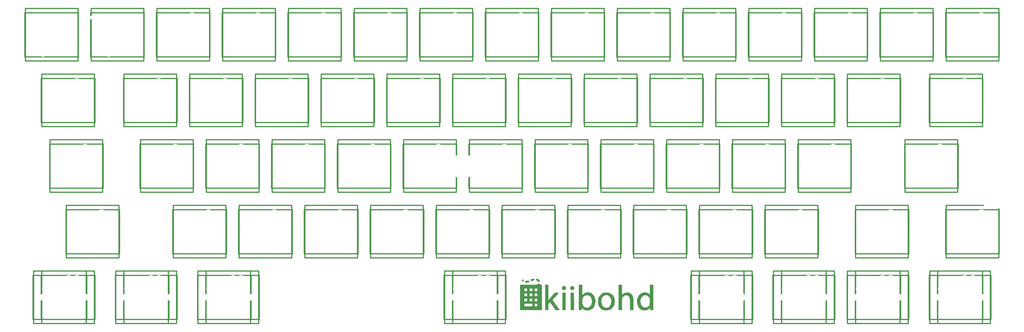
<source format=gto>
G04 (created by PCBNEW (2013-07-07 BZR 4022)-stable) date 8/30/2014 2:43:21 AM*
%MOIN*%
G04 Gerber Fmt 3.4, Leading zero omitted, Abs format*
%FSLAX34Y34*%
G01*
G70*
G90*
G04 APERTURE LIST*
%ADD10C,0.00590551*%
%ADD11C,0.0001*%
%ADD12C,0.011811*%
%ADD13O,0.4017X0.2049*%
%ADD14C,0.2836*%
%ADD15C,0.2049*%
%ADD16C,0.082*%
%ADD17C,0.0434331*%
%ADD18C,0.165*%
%ADD19C,0.075*%
%ADD20C,0.106425*%
G04 APERTURE END LIST*
G54D10*
G54D11*
G36*
X90124Y-59624D02*
X90082Y-59868D01*
X89997Y-60093D01*
X89917Y-60225D01*
X89768Y-60376D01*
X89732Y-60396D01*
X89732Y-59508D01*
X89704Y-59276D01*
X89620Y-59081D01*
X89502Y-58938D01*
X89433Y-58881D01*
X89366Y-58851D01*
X89275Y-58839D01*
X89189Y-58838D01*
X88998Y-58860D01*
X88849Y-58929D01*
X88740Y-59047D01*
X88671Y-59216D01*
X88637Y-59439D01*
X88634Y-59555D01*
X88647Y-59769D01*
X88688Y-59932D01*
X88763Y-60055D01*
X88877Y-60149D01*
X88932Y-60180D01*
X89076Y-60238D01*
X89202Y-60248D01*
X89337Y-60212D01*
X89386Y-60191D01*
X89541Y-60086D01*
X89650Y-59932D01*
X89714Y-59731D01*
X89732Y-59508D01*
X89732Y-60396D01*
X89581Y-60484D01*
X89369Y-60547D01*
X89151Y-60558D01*
X88941Y-60515D01*
X88883Y-60492D01*
X88783Y-60436D01*
X88700Y-60373D01*
X88685Y-60358D01*
X88627Y-60316D01*
X88587Y-60337D01*
X88568Y-60417D01*
X88567Y-60446D01*
X88560Y-60491D01*
X88528Y-60513D01*
X88454Y-60521D01*
X88400Y-60521D01*
X88233Y-60521D01*
X88233Y-59071D01*
X88233Y-57621D01*
X88433Y-57621D01*
X88633Y-57621D01*
X88633Y-58208D01*
X88633Y-58796D01*
X88761Y-58680D01*
X88933Y-58567D01*
X89130Y-58507D01*
X89340Y-58498D01*
X89547Y-58540D01*
X89738Y-58631D01*
X89873Y-58743D01*
X89997Y-58920D01*
X90081Y-59135D01*
X90123Y-59375D01*
X90124Y-59624D01*
X90124Y-59624D01*
X90124Y-59624D01*
G37*
G36*
X92343Y-59638D02*
X92298Y-59875D01*
X92208Y-60091D01*
X92074Y-60271D01*
X91931Y-60386D01*
X91931Y-59578D01*
X91926Y-59400D01*
X91900Y-59239D01*
X91893Y-59212D01*
X91812Y-59045D01*
X91688Y-58916D01*
X91533Y-58834D01*
X91361Y-58807D01*
X91255Y-58820D01*
X91100Y-58887D01*
X90975Y-59003D01*
X90883Y-59158D01*
X90826Y-59340D01*
X90808Y-59537D01*
X90830Y-59739D01*
X90897Y-59932D01*
X90949Y-60024D01*
X91063Y-60145D01*
X91211Y-60224D01*
X91374Y-60255D01*
X91534Y-60232D01*
X91593Y-60208D01*
X91744Y-60093D01*
X91859Y-59928D01*
X91881Y-59880D01*
X91916Y-59747D01*
X91931Y-59578D01*
X91931Y-60386D01*
X91889Y-60421D01*
X91683Y-60512D01*
X91446Y-60550D01*
X91366Y-60551D01*
X91226Y-60544D01*
X91097Y-60531D01*
X91007Y-60513D01*
X91005Y-60512D01*
X90877Y-60447D01*
X90741Y-60337D01*
X90615Y-60201D01*
X90518Y-60057D01*
X90496Y-60014D01*
X90455Y-59908D01*
X90431Y-59804D01*
X90420Y-59675D01*
X90418Y-59538D01*
X90436Y-59285D01*
X90491Y-59077D01*
X90587Y-58902D01*
X90718Y-58757D01*
X90866Y-58637D01*
X91011Y-58561D01*
X91176Y-58521D01*
X91383Y-58509D01*
X91617Y-58525D01*
X91810Y-58581D01*
X91977Y-58682D01*
X92063Y-58759D01*
X92201Y-58940D01*
X92294Y-59157D01*
X92341Y-59394D01*
X92343Y-59638D01*
X92343Y-59638D01*
X92343Y-59638D01*
G37*
G36*
X96733Y-60521D02*
X96569Y-60521D01*
X96405Y-60521D01*
X96383Y-60387D01*
X96360Y-60253D01*
X96329Y-60292D01*
X96329Y-59391D01*
X96325Y-59272D01*
X96312Y-59187D01*
X96289Y-59120D01*
X96273Y-59088D01*
X96162Y-58946D01*
X96022Y-58856D01*
X95864Y-58820D01*
X95700Y-58837D01*
X95543Y-58910D01*
X95421Y-59021D01*
X95328Y-59180D01*
X95275Y-59373D01*
X95264Y-59580D01*
X95294Y-59783D01*
X95366Y-59964D01*
X95424Y-60048D01*
X95563Y-60166D01*
X95726Y-60226D01*
X95901Y-60225D01*
X96075Y-60162D01*
X96079Y-60160D01*
X96177Y-60094D01*
X96244Y-60018D01*
X96288Y-59919D01*
X96313Y-59783D01*
X96325Y-59595D01*
X96326Y-59561D01*
X96329Y-59391D01*
X96329Y-60292D01*
X96296Y-60334D01*
X96177Y-60437D01*
X96015Y-60510D01*
X95827Y-60549D01*
X95632Y-60553D01*
X95448Y-60517D01*
X95382Y-60492D01*
X95202Y-60376D01*
X95061Y-60215D01*
X94957Y-60021D01*
X94892Y-59802D01*
X94867Y-59571D01*
X94883Y-59338D01*
X94939Y-59114D01*
X95036Y-58909D01*
X95176Y-58734D01*
X95267Y-58658D01*
X95457Y-58556D01*
X95665Y-58506D01*
X95877Y-58506D01*
X96077Y-58557D01*
X96223Y-58640D01*
X96333Y-58725D01*
X96333Y-58173D01*
X96333Y-57621D01*
X96533Y-57621D01*
X96733Y-57621D01*
X96733Y-59071D01*
X96733Y-60521D01*
X96733Y-60521D01*
X96733Y-60521D01*
G37*
G36*
X84033Y-60521D02*
X83500Y-60521D01*
X83500Y-60088D01*
X83500Y-59938D01*
X83500Y-59788D01*
X83500Y-59521D01*
X83500Y-59371D01*
X83500Y-59221D01*
X83500Y-58921D01*
X83500Y-58771D01*
X83500Y-58621D01*
X83500Y-58355D01*
X83500Y-58205D01*
X83500Y-58055D01*
X83350Y-58055D01*
X83200Y-58055D01*
X83200Y-58205D01*
X83200Y-58355D01*
X83350Y-58355D01*
X83500Y-58355D01*
X83500Y-58621D01*
X83350Y-58621D01*
X83200Y-58621D01*
X83200Y-58771D01*
X83200Y-58921D01*
X83350Y-58921D01*
X83500Y-58921D01*
X83500Y-59221D01*
X83350Y-59221D01*
X83200Y-59221D01*
X83200Y-59371D01*
X83200Y-59521D01*
X83350Y-59521D01*
X83500Y-59521D01*
X83500Y-59788D01*
X83350Y-59788D01*
X83200Y-59788D01*
X83200Y-59938D01*
X83200Y-60088D01*
X83350Y-60088D01*
X83500Y-60088D01*
X83500Y-60521D01*
X82933Y-60521D01*
X82933Y-60088D01*
X82933Y-59938D01*
X82933Y-59788D01*
X82933Y-59521D01*
X82933Y-59371D01*
X82933Y-59221D01*
X82933Y-58921D01*
X82933Y-58771D01*
X82933Y-58621D01*
X82933Y-58355D01*
X82933Y-58205D01*
X82933Y-58055D01*
X82783Y-58055D01*
X82633Y-58055D01*
X82633Y-58205D01*
X82633Y-58355D01*
X82783Y-58355D01*
X82933Y-58355D01*
X82933Y-58621D01*
X82783Y-58621D01*
X82633Y-58621D01*
X82633Y-58771D01*
X82633Y-58921D01*
X82783Y-58921D01*
X82933Y-58921D01*
X82933Y-59221D01*
X82783Y-59221D01*
X82633Y-59221D01*
X82633Y-59371D01*
X82633Y-59521D01*
X82783Y-59521D01*
X82933Y-59521D01*
X82933Y-59788D01*
X82483Y-59788D01*
X82333Y-59788D01*
X82333Y-59521D01*
X82333Y-59371D01*
X82333Y-59221D01*
X82333Y-58921D01*
X82333Y-58771D01*
X82333Y-58621D01*
X82333Y-58355D01*
X82333Y-58205D01*
X82333Y-58055D01*
X82183Y-58055D01*
X82033Y-58055D01*
X82033Y-58205D01*
X82033Y-58355D01*
X82183Y-58355D01*
X82333Y-58355D01*
X82333Y-58621D01*
X82183Y-58621D01*
X82033Y-58621D01*
X82033Y-58771D01*
X82033Y-58921D01*
X82183Y-58921D01*
X82333Y-58921D01*
X82333Y-59221D01*
X82183Y-59221D01*
X82033Y-59221D01*
X82033Y-59371D01*
X82033Y-59521D01*
X82183Y-59521D01*
X82333Y-59521D01*
X82333Y-59788D01*
X82033Y-59788D01*
X82033Y-59938D01*
X82033Y-60088D01*
X82483Y-60088D01*
X82933Y-60088D01*
X82933Y-60521D01*
X82783Y-60521D01*
X81533Y-60521D01*
X81533Y-59071D01*
X81533Y-57621D01*
X82511Y-57621D01*
X82792Y-57621D01*
X83015Y-57620D01*
X83186Y-57618D01*
X83312Y-57614D01*
X83403Y-57608D01*
X83464Y-57600D01*
X83504Y-57588D01*
X83530Y-57573D01*
X83550Y-57555D01*
X83629Y-57504D01*
X83705Y-57488D01*
X83776Y-57500D01*
X83799Y-57543D01*
X83800Y-57555D01*
X83813Y-57600D01*
X83863Y-57619D01*
X83916Y-57621D01*
X84033Y-57621D01*
X84033Y-59071D01*
X84033Y-60521D01*
X84033Y-60521D01*
X84033Y-60521D01*
G37*
G36*
X86066Y-60504D02*
X86036Y-60512D01*
X85955Y-60518D01*
X85841Y-60519D01*
X85825Y-60519D01*
X85583Y-60518D01*
X85267Y-60069D01*
X85161Y-59920D01*
X85067Y-59791D01*
X84993Y-59693D01*
X84946Y-59634D01*
X84932Y-59621D01*
X84901Y-59645D01*
X84850Y-59705D01*
X84839Y-59720D01*
X84806Y-59772D01*
X84784Y-59832D01*
X84772Y-59915D01*
X84767Y-60036D01*
X84766Y-60170D01*
X84766Y-60521D01*
X84583Y-60521D01*
X84400Y-60521D01*
X84400Y-59071D01*
X84400Y-57621D01*
X84582Y-57621D01*
X84765Y-57621D01*
X84774Y-58501D01*
X84783Y-59380D01*
X85146Y-58951D01*
X85510Y-58521D01*
X85721Y-58521D01*
X85843Y-58527D01*
X85916Y-58542D01*
X85933Y-58557D01*
X85911Y-58593D01*
X85851Y-58668D01*
X85762Y-58772D01*
X85650Y-58896D01*
X85591Y-58960D01*
X85471Y-59089D01*
X85368Y-59203D01*
X85291Y-59290D01*
X85246Y-59343D01*
X85240Y-59353D01*
X85256Y-59387D01*
X85307Y-59465D01*
X85387Y-59579D01*
X85490Y-59722D01*
X85611Y-59885D01*
X85648Y-59934D01*
X85773Y-60100D01*
X85883Y-60248D01*
X85972Y-60370D01*
X86035Y-60456D01*
X86064Y-60501D01*
X86066Y-60504D01*
X86066Y-60504D01*
X86066Y-60504D01*
G37*
G36*
X86733Y-60521D02*
X86550Y-60521D01*
X86366Y-60521D01*
X86366Y-59521D01*
X86366Y-58521D01*
X86550Y-58521D01*
X86733Y-58521D01*
X86733Y-59521D01*
X86733Y-60521D01*
X86733Y-60521D01*
X86733Y-60521D01*
G37*
G36*
X87700Y-60521D02*
X87500Y-60521D01*
X87300Y-60521D01*
X87300Y-59520D01*
X87300Y-58518D01*
X87491Y-58528D01*
X87683Y-58538D01*
X87692Y-59530D01*
X87700Y-60521D01*
X87700Y-60521D01*
X87700Y-60521D01*
G37*
G36*
X94466Y-60521D02*
X94266Y-60521D01*
X94066Y-60521D01*
X94065Y-59863D01*
X94065Y-59631D01*
X94062Y-59455D01*
X94056Y-59324D01*
X94047Y-59228D01*
X94033Y-59155D01*
X94014Y-59096D01*
X94000Y-59062D01*
X93910Y-58934D01*
X93785Y-58856D01*
X93638Y-58831D01*
X93483Y-58860D01*
X93358Y-58927D01*
X93297Y-58975D01*
X93250Y-59026D01*
X93216Y-59091D01*
X93193Y-59179D01*
X93178Y-59298D01*
X93170Y-59459D01*
X93167Y-59670D01*
X93166Y-59853D01*
X93166Y-60521D01*
X92966Y-60521D01*
X92766Y-60521D01*
X92766Y-59071D01*
X92766Y-57621D01*
X92966Y-57621D01*
X93166Y-57621D01*
X93166Y-58194D01*
X93166Y-58766D01*
X93241Y-58698D01*
X93416Y-58578D01*
X93610Y-58512D01*
X93810Y-58500D01*
X94003Y-58542D01*
X94176Y-58638D01*
X94235Y-58690D01*
X94306Y-58769D01*
X94360Y-58852D01*
X94401Y-58950D01*
X94431Y-59071D01*
X94450Y-59225D01*
X94461Y-59422D01*
X94466Y-59671D01*
X94466Y-59844D01*
X94466Y-60521D01*
X94466Y-60521D01*
X94466Y-60521D01*
G37*
G36*
X86778Y-58013D02*
X86763Y-58112D01*
X86731Y-58168D01*
X86633Y-58221D01*
X86513Y-58235D01*
X86443Y-58220D01*
X86352Y-58153D01*
X86307Y-58054D01*
X86314Y-57942D01*
X86362Y-57852D01*
X86447Y-57793D01*
X86558Y-57773D01*
X86666Y-57793D01*
X86723Y-57831D01*
X86764Y-57909D01*
X86778Y-58013D01*
X86778Y-58013D01*
X86778Y-58013D01*
G37*
G36*
X87724Y-58042D02*
X87687Y-58136D01*
X87614Y-58205D01*
X87513Y-58236D01*
X87400Y-58217D01*
X87314Y-58167D01*
X87275Y-58091D01*
X87267Y-58005D01*
X87280Y-57900D01*
X87327Y-57832D01*
X87389Y-57793D01*
X87493Y-57758D01*
X87581Y-57779D01*
X87651Y-57836D01*
X87715Y-57937D01*
X87724Y-58042D01*
X87724Y-58042D01*
X87724Y-58042D01*
G37*
G36*
X82622Y-57274D02*
X82616Y-57309D01*
X82557Y-57336D01*
X82477Y-57357D01*
X82269Y-57382D01*
X82125Y-57365D01*
X82079Y-57348D01*
X82073Y-57319D01*
X82106Y-57259D01*
X82120Y-57237D01*
X82163Y-57187D01*
X82222Y-57162D01*
X82319Y-57155D01*
X82348Y-57155D01*
X82470Y-57162D01*
X82547Y-57190D01*
X82583Y-57221D01*
X82622Y-57274D01*
X82622Y-57274D01*
X82622Y-57274D01*
G37*
G36*
X83800Y-57242D02*
X83773Y-57278D01*
X83706Y-57283D01*
X83614Y-57259D01*
X83512Y-57209D01*
X83491Y-57196D01*
X83406Y-57124D01*
X83370Y-57054D01*
X83366Y-57016D01*
X83381Y-56944D01*
X83429Y-56922D01*
X83518Y-56948D01*
X83565Y-56971D01*
X83654Y-57033D01*
X83734Y-57116D01*
X83788Y-57198D01*
X83800Y-57242D01*
X83800Y-57242D01*
X83800Y-57242D01*
G37*
G36*
X81962Y-57084D02*
X81953Y-57132D01*
X81934Y-57169D01*
X81876Y-57241D01*
X81815Y-57246D01*
X81767Y-57206D01*
X81736Y-57132D01*
X81757Y-57069D01*
X81813Y-57031D01*
X81890Y-57033D01*
X81931Y-57052D01*
X81962Y-57084D01*
X81962Y-57084D01*
X81962Y-57084D01*
G37*
G36*
X83166Y-57031D02*
X83154Y-57082D01*
X83108Y-57120D01*
X83013Y-57157D01*
X83002Y-57161D01*
X82904Y-57190D01*
X82846Y-57196D01*
X82805Y-57176D01*
X82763Y-57135D01*
X82689Y-57055D01*
X82836Y-56991D01*
X82963Y-56942D01*
X83069Y-56916D01*
X83138Y-56915D01*
X83158Y-56930D01*
X83164Y-56980D01*
X83166Y-57031D01*
X83166Y-57031D01*
X83166Y-57031D01*
G37*
G36*
X90124Y-59624D02*
X90082Y-59868D01*
X89997Y-60093D01*
X89917Y-60225D01*
X89768Y-60376D01*
X89732Y-60396D01*
X89732Y-59508D01*
X89704Y-59276D01*
X89620Y-59081D01*
X89502Y-58938D01*
X89433Y-58881D01*
X89366Y-58851D01*
X89275Y-58839D01*
X89189Y-58838D01*
X88998Y-58860D01*
X88849Y-58929D01*
X88740Y-59047D01*
X88671Y-59216D01*
X88637Y-59439D01*
X88634Y-59555D01*
X88647Y-59769D01*
X88688Y-59932D01*
X88763Y-60055D01*
X88877Y-60149D01*
X88932Y-60180D01*
X89076Y-60238D01*
X89202Y-60248D01*
X89337Y-60212D01*
X89386Y-60191D01*
X89541Y-60086D01*
X89650Y-59932D01*
X89714Y-59731D01*
X89732Y-59508D01*
X89732Y-60396D01*
X89581Y-60484D01*
X89369Y-60547D01*
X89151Y-60558D01*
X88941Y-60515D01*
X88883Y-60492D01*
X88783Y-60436D01*
X88700Y-60373D01*
X88685Y-60358D01*
X88627Y-60316D01*
X88587Y-60337D01*
X88568Y-60417D01*
X88567Y-60446D01*
X88560Y-60491D01*
X88528Y-60513D01*
X88454Y-60521D01*
X88400Y-60521D01*
X88233Y-60521D01*
X88233Y-59071D01*
X88233Y-57621D01*
X88433Y-57621D01*
X88633Y-57621D01*
X88633Y-58208D01*
X88633Y-58796D01*
X88761Y-58680D01*
X88933Y-58567D01*
X89130Y-58507D01*
X89340Y-58498D01*
X89547Y-58540D01*
X89738Y-58631D01*
X89873Y-58743D01*
X89997Y-58920D01*
X90081Y-59135D01*
X90123Y-59375D01*
X90124Y-59624D01*
X90124Y-59624D01*
X90124Y-59624D01*
G37*
G36*
X92343Y-59638D02*
X92298Y-59875D01*
X92208Y-60091D01*
X92074Y-60271D01*
X91931Y-60386D01*
X91931Y-59578D01*
X91926Y-59400D01*
X91900Y-59239D01*
X91893Y-59212D01*
X91812Y-59045D01*
X91688Y-58916D01*
X91533Y-58834D01*
X91361Y-58807D01*
X91255Y-58820D01*
X91100Y-58887D01*
X90975Y-59003D01*
X90883Y-59158D01*
X90826Y-59340D01*
X90808Y-59537D01*
X90830Y-59739D01*
X90897Y-59932D01*
X90949Y-60024D01*
X91063Y-60145D01*
X91211Y-60224D01*
X91374Y-60255D01*
X91534Y-60232D01*
X91593Y-60208D01*
X91744Y-60093D01*
X91859Y-59928D01*
X91881Y-59880D01*
X91916Y-59747D01*
X91931Y-59578D01*
X91931Y-60386D01*
X91889Y-60421D01*
X91683Y-60512D01*
X91446Y-60550D01*
X91366Y-60551D01*
X91226Y-60544D01*
X91097Y-60531D01*
X91007Y-60513D01*
X91005Y-60512D01*
X90877Y-60447D01*
X90741Y-60337D01*
X90615Y-60201D01*
X90518Y-60057D01*
X90496Y-60014D01*
X90455Y-59908D01*
X90431Y-59804D01*
X90420Y-59675D01*
X90418Y-59538D01*
X90436Y-59285D01*
X90491Y-59077D01*
X90587Y-58902D01*
X90718Y-58757D01*
X90866Y-58637D01*
X91011Y-58561D01*
X91176Y-58521D01*
X91383Y-58509D01*
X91617Y-58525D01*
X91810Y-58581D01*
X91977Y-58682D01*
X92063Y-58759D01*
X92201Y-58940D01*
X92294Y-59157D01*
X92341Y-59394D01*
X92343Y-59638D01*
X92343Y-59638D01*
X92343Y-59638D01*
G37*
G36*
X96733Y-60521D02*
X96569Y-60521D01*
X96405Y-60521D01*
X96383Y-60387D01*
X96360Y-60253D01*
X96329Y-60292D01*
X96329Y-59391D01*
X96325Y-59272D01*
X96312Y-59187D01*
X96289Y-59120D01*
X96273Y-59088D01*
X96162Y-58946D01*
X96022Y-58856D01*
X95864Y-58820D01*
X95700Y-58837D01*
X95543Y-58910D01*
X95421Y-59021D01*
X95328Y-59180D01*
X95275Y-59373D01*
X95264Y-59580D01*
X95294Y-59783D01*
X95366Y-59964D01*
X95424Y-60048D01*
X95563Y-60166D01*
X95726Y-60226D01*
X95901Y-60225D01*
X96075Y-60162D01*
X96079Y-60160D01*
X96177Y-60094D01*
X96244Y-60018D01*
X96288Y-59919D01*
X96313Y-59783D01*
X96325Y-59595D01*
X96326Y-59561D01*
X96329Y-59391D01*
X96329Y-60292D01*
X96296Y-60334D01*
X96177Y-60437D01*
X96015Y-60510D01*
X95827Y-60549D01*
X95632Y-60553D01*
X95448Y-60517D01*
X95382Y-60492D01*
X95202Y-60376D01*
X95061Y-60215D01*
X94957Y-60021D01*
X94892Y-59802D01*
X94867Y-59571D01*
X94883Y-59338D01*
X94939Y-59114D01*
X95036Y-58909D01*
X95176Y-58734D01*
X95267Y-58658D01*
X95457Y-58556D01*
X95665Y-58506D01*
X95877Y-58506D01*
X96077Y-58557D01*
X96223Y-58640D01*
X96333Y-58725D01*
X96333Y-58173D01*
X96333Y-57621D01*
X96533Y-57621D01*
X96733Y-57621D01*
X96733Y-59071D01*
X96733Y-60521D01*
X96733Y-60521D01*
X96733Y-60521D01*
G37*
G36*
X84033Y-60521D02*
X83500Y-60521D01*
X83500Y-60088D01*
X83500Y-59938D01*
X83500Y-59788D01*
X83500Y-59521D01*
X83500Y-59371D01*
X83500Y-59221D01*
X83500Y-58921D01*
X83500Y-58771D01*
X83500Y-58621D01*
X83500Y-58355D01*
X83500Y-58205D01*
X83500Y-58055D01*
X83350Y-58055D01*
X83200Y-58055D01*
X83200Y-58205D01*
X83200Y-58355D01*
X83350Y-58355D01*
X83500Y-58355D01*
X83500Y-58621D01*
X83350Y-58621D01*
X83200Y-58621D01*
X83200Y-58771D01*
X83200Y-58921D01*
X83350Y-58921D01*
X83500Y-58921D01*
X83500Y-59221D01*
X83350Y-59221D01*
X83200Y-59221D01*
X83200Y-59371D01*
X83200Y-59521D01*
X83350Y-59521D01*
X83500Y-59521D01*
X83500Y-59788D01*
X83350Y-59788D01*
X83200Y-59788D01*
X83200Y-59938D01*
X83200Y-60088D01*
X83350Y-60088D01*
X83500Y-60088D01*
X83500Y-60521D01*
X82933Y-60521D01*
X82933Y-60088D01*
X82933Y-59938D01*
X82933Y-59788D01*
X82933Y-59521D01*
X82933Y-59371D01*
X82933Y-59221D01*
X82933Y-58921D01*
X82933Y-58771D01*
X82933Y-58621D01*
X82933Y-58355D01*
X82933Y-58205D01*
X82933Y-58055D01*
X82783Y-58055D01*
X82633Y-58055D01*
X82633Y-58205D01*
X82633Y-58355D01*
X82783Y-58355D01*
X82933Y-58355D01*
X82933Y-58621D01*
X82783Y-58621D01*
X82633Y-58621D01*
X82633Y-58771D01*
X82633Y-58921D01*
X82783Y-58921D01*
X82933Y-58921D01*
X82933Y-59221D01*
X82783Y-59221D01*
X82633Y-59221D01*
X82633Y-59371D01*
X82633Y-59521D01*
X82783Y-59521D01*
X82933Y-59521D01*
X82933Y-59788D01*
X82483Y-59788D01*
X82333Y-59788D01*
X82333Y-59521D01*
X82333Y-59371D01*
X82333Y-59221D01*
X82333Y-58921D01*
X82333Y-58771D01*
X82333Y-58621D01*
X82333Y-58355D01*
X82333Y-58205D01*
X82333Y-58055D01*
X82183Y-58055D01*
X82033Y-58055D01*
X82033Y-58205D01*
X82033Y-58355D01*
X82183Y-58355D01*
X82333Y-58355D01*
X82333Y-58621D01*
X82183Y-58621D01*
X82033Y-58621D01*
X82033Y-58771D01*
X82033Y-58921D01*
X82183Y-58921D01*
X82333Y-58921D01*
X82333Y-59221D01*
X82183Y-59221D01*
X82033Y-59221D01*
X82033Y-59371D01*
X82033Y-59521D01*
X82183Y-59521D01*
X82333Y-59521D01*
X82333Y-59788D01*
X82033Y-59788D01*
X82033Y-59938D01*
X82033Y-60088D01*
X82483Y-60088D01*
X82933Y-60088D01*
X82933Y-60521D01*
X82783Y-60521D01*
X81533Y-60521D01*
X81533Y-59071D01*
X81533Y-57621D01*
X82511Y-57621D01*
X82792Y-57621D01*
X83015Y-57620D01*
X83186Y-57618D01*
X83312Y-57614D01*
X83403Y-57608D01*
X83464Y-57600D01*
X83504Y-57588D01*
X83530Y-57573D01*
X83550Y-57555D01*
X83629Y-57504D01*
X83705Y-57488D01*
X83776Y-57500D01*
X83799Y-57543D01*
X83800Y-57555D01*
X83813Y-57600D01*
X83863Y-57619D01*
X83916Y-57621D01*
X84033Y-57621D01*
X84033Y-59071D01*
X84033Y-60521D01*
X84033Y-60521D01*
X84033Y-60521D01*
G37*
G36*
X86066Y-60504D02*
X86036Y-60512D01*
X85955Y-60518D01*
X85841Y-60519D01*
X85825Y-60519D01*
X85583Y-60518D01*
X85267Y-60069D01*
X85161Y-59920D01*
X85067Y-59791D01*
X84993Y-59693D01*
X84946Y-59634D01*
X84932Y-59621D01*
X84901Y-59645D01*
X84850Y-59705D01*
X84839Y-59720D01*
X84806Y-59772D01*
X84784Y-59832D01*
X84772Y-59915D01*
X84767Y-60036D01*
X84766Y-60170D01*
X84766Y-60521D01*
X84583Y-60521D01*
X84400Y-60521D01*
X84400Y-59071D01*
X84400Y-57621D01*
X84582Y-57621D01*
X84765Y-57621D01*
X84774Y-58501D01*
X84783Y-59380D01*
X85146Y-58951D01*
X85510Y-58521D01*
X85721Y-58521D01*
X85843Y-58527D01*
X85916Y-58542D01*
X85933Y-58557D01*
X85911Y-58593D01*
X85851Y-58668D01*
X85762Y-58772D01*
X85650Y-58896D01*
X85591Y-58960D01*
X85471Y-59089D01*
X85368Y-59203D01*
X85291Y-59290D01*
X85246Y-59343D01*
X85240Y-59353D01*
X85256Y-59387D01*
X85307Y-59465D01*
X85387Y-59579D01*
X85490Y-59722D01*
X85611Y-59885D01*
X85648Y-59934D01*
X85773Y-60100D01*
X85883Y-60248D01*
X85972Y-60370D01*
X86035Y-60456D01*
X86064Y-60501D01*
X86066Y-60504D01*
X86066Y-60504D01*
X86066Y-60504D01*
G37*
G36*
X86733Y-60521D02*
X86550Y-60521D01*
X86366Y-60521D01*
X86366Y-59521D01*
X86366Y-58521D01*
X86550Y-58521D01*
X86733Y-58521D01*
X86733Y-59521D01*
X86733Y-60521D01*
X86733Y-60521D01*
X86733Y-60521D01*
G37*
G36*
X87700Y-60521D02*
X87500Y-60521D01*
X87300Y-60521D01*
X87300Y-59520D01*
X87300Y-58518D01*
X87491Y-58528D01*
X87683Y-58538D01*
X87692Y-59530D01*
X87700Y-60521D01*
X87700Y-60521D01*
X87700Y-60521D01*
G37*
G36*
X94466Y-60521D02*
X94266Y-60521D01*
X94066Y-60521D01*
X94065Y-59863D01*
X94065Y-59631D01*
X94062Y-59455D01*
X94056Y-59324D01*
X94047Y-59228D01*
X94033Y-59155D01*
X94014Y-59096D01*
X94000Y-59062D01*
X93910Y-58934D01*
X93785Y-58856D01*
X93638Y-58831D01*
X93483Y-58860D01*
X93358Y-58927D01*
X93297Y-58975D01*
X93250Y-59026D01*
X93216Y-59091D01*
X93193Y-59179D01*
X93178Y-59298D01*
X93170Y-59459D01*
X93167Y-59670D01*
X93166Y-59853D01*
X93166Y-60521D01*
X92966Y-60521D01*
X92766Y-60521D01*
X92766Y-59071D01*
X92766Y-57621D01*
X92966Y-57621D01*
X93166Y-57621D01*
X93166Y-58194D01*
X93166Y-58766D01*
X93241Y-58698D01*
X93416Y-58578D01*
X93610Y-58512D01*
X93810Y-58500D01*
X94003Y-58542D01*
X94176Y-58638D01*
X94235Y-58690D01*
X94306Y-58769D01*
X94360Y-58852D01*
X94401Y-58950D01*
X94431Y-59071D01*
X94450Y-59225D01*
X94461Y-59422D01*
X94466Y-59671D01*
X94466Y-59844D01*
X94466Y-60521D01*
X94466Y-60521D01*
X94466Y-60521D01*
G37*
G36*
X86778Y-58013D02*
X86763Y-58112D01*
X86731Y-58168D01*
X86633Y-58221D01*
X86513Y-58235D01*
X86443Y-58220D01*
X86352Y-58153D01*
X86307Y-58054D01*
X86314Y-57942D01*
X86362Y-57852D01*
X86447Y-57793D01*
X86558Y-57773D01*
X86666Y-57793D01*
X86723Y-57831D01*
X86764Y-57909D01*
X86778Y-58013D01*
X86778Y-58013D01*
X86778Y-58013D01*
G37*
G36*
X87724Y-58042D02*
X87687Y-58136D01*
X87614Y-58205D01*
X87513Y-58236D01*
X87400Y-58217D01*
X87314Y-58167D01*
X87275Y-58091D01*
X87267Y-58005D01*
X87280Y-57900D01*
X87327Y-57832D01*
X87389Y-57793D01*
X87493Y-57758D01*
X87581Y-57779D01*
X87651Y-57836D01*
X87715Y-57937D01*
X87724Y-58042D01*
X87724Y-58042D01*
X87724Y-58042D01*
G37*
G36*
X82622Y-57274D02*
X82616Y-57309D01*
X82557Y-57336D01*
X82477Y-57357D01*
X82269Y-57382D01*
X82125Y-57365D01*
X82079Y-57348D01*
X82073Y-57319D01*
X82106Y-57259D01*
X82120Y-57237D01*
X82163Y-57187D01*
X82222Y-57162D01*
X82319Y-57155D01*
X82348Y-57155D01*
X82470Y-57162D01*
X82547Y-57190D01*
X82583Y-57221D01*
X82622Y-57274D01*
X82622Y-57274D01*
X82622Y-57274D01*
G37*
G36*
X83800Y-57242D02*
X83773Y-57278D01*
X83706Y-57283D01*
X83614Y-57259D01*
X83512Y-57209D01*
X83491Y-57196D01*
X83406Y-57124D01*
X83370Y-57054D01*
X83366Y-57016D01*
X83381Y-56944D01*
X83429Y-56922D01*
X83518Y-56948D01*
X83565Y-56971D01*
X83654Y-57033D01*
X83734Y-57116D01*
X83788Y-57198D01*
X83800Y-57242D01*
X83800Y-57242D01*
X83800Y-57242D01*
G37*
G36*
X81962Y-57084D02*
X81953Y-57132D01*
X81934Y-57169D01*
X81876Y-57241D01*
X81815Y-57246D01*
X81767Y-57206D01*
X81736Y-57132D01*
X81757Y-57069D01*
X81813Y-57031D01*
X81890Y-57033D01*
X81931Y-57052D01*
X81962Y-57084D01*
X81962Y-57084D01*
X81962Y-57084D01*
G37*
G36*
X83166Y-57031D02*
X83154Y-57082D01*
X83108Y-57120D01*
X83013Y-57157D01*
X83002Y-57161D01*
X82904Y-57190D01*
X82846Y-57196D01*
X82805Y-57176D01*
X82763Y-57135D01*
X82689Y-57055D01*
X82836Y-56991D01*
X82963Y-56942D01*
X83069Y-56916D01*
X83138Y-56915D01*
X83158Y-56930D01*
X83164Y-56980D01*
X83166Y-57031D01*
X83166Y-57031D01*
X83166Y-57031D01*
G37*
G54D12*
X26016Y-61582D02*
X26016Y-56542D01*
X26016Y-61582D02*
X32118Y-61582D01*
X32118Y-61582D02*
X32118Y-56542D01*
X32118Y-56542D02*
X26016Y-56542D01*
X26067Y-56062D02*
X32067Y-56062D01*
X32067Y-56062D02*
X32067Y-62062D01*
X32067Y-62062D02*
X26067Y-62062D01*
X26067Y-62062D02*
X26067Y-56062D01*
X130074Y-31582D02*
X130074Y-26543D01*
X130074Y-31582D02*
X136176Y-31582D01*
X136176Y-31582D02*
X136176Y-26543D01*
X136176Y-26543D02*
X130074Y-26543D01*
X130125Y-26062D02*
X136125Y-26062D01*
X136125Y-26062D02*
X136125Y-32062D01*
X136125Y-32062D02*
X130125Y-32062D01*
X130125Y-32062D02*
X130125Y-26062D01*
X56948Y-54082D02*
X56948Y-49043D01*
X56948Y-54082D02*
X63051Y-54082D01*
X63051Y-54082D02*
X63051Y-49043D01*
X63051Y-49043D02*
X56948Y-49043D01*
X57000Y-48562D02*
X63000Y-48562D01*
X63000Y-48562D02*
X63000Y-54562D01*
X63000Y-54562D02*
X57000Y-54562D01*
X57000Y-54562D02*
X57000Y-48562D01*
X36323Y-61582D02*
X36323Y-56542D01*
X36323Y-61582D02*
X42425Y-61582D01*
X42425Y-61582D02*
X42425Y-56542D01*
X42425Y-56542D02*
X36323Y-56542D01*
X36374Y-56062D02*
X42374Y-56062D01*
X42374Y-56062D02*
X42374Y-62062D01*
X42374Y-62062D02*
X36374Y-62062D01*
X36374Y-62062D02*
X36374Y-56062D01*
X109448Y-54082D02*
X109448Y-49043D01*
X109448Y-54082D02*
X115551Y-54082D01*
X115551Y-54082D02*
X115551Y-49043D01*
X115551Y-49043D02*
X109448Y-49043D01*
X109500Y-48562D02*
X115500Y-48562D01*
X115500Y-48562D02*
X115500Y-54562D01*
X115500Y-54562D02*
X109500Y-54562D01*
X109500Y-54562D02*
X109500Y-48562D01*
X101948Y-54082D02*
X101948Y-49043D01*
X101948Y-54082D02*
X108051Y-54082D01*
X108051Y-54082D02*
X108051Y-49043D01*
X108051Y-49043D02*
X101948Y-49043D01*
X102000Y-48562D02*
X108000Y-48562D01*
X108000Y-48562D02*
X108000Y-54562D01*
X108000Y-54562D02*
X102000Y-54562D01*
X102000Y-54562D02*
X102000Y-48562D01*
X94448Y-54082D02*
X94448Y-49043D01*
X94448Y-54082D02*
X100551Y-54082D01*
X100551Y-54082D02*
X100551Y-49043D01*
X100551Y-49043D02*
X94448Y-49043D01*
X94500Y-48562D02*
X100500Y-48562D01*
X100500Y-48562D02*
X100500Y-54562D01*
X100500Y-54562D02*
X94500Y-54562D01*
X94500Y-54562D02*
X94500Y-48562D01*
X86948Y-54082D02*
X86948Y-49043D01*
X86948Y-54082D02*
X93051Y-54082D01*
X93051Y-54082D02*
X93051Y-49043D01*
X93051Y-49043D02*
X86948Y-49043D01*
X87000Y-48562D02*
X93000Y-48562D01*
X93000Y-48562D02*
X93000Y-54562D01*
X93000Y-54562D02*
X87000Y-54562D01*
X87000Y-54562D02*
X87000Y-48562D01*
X79448Y-54082D02*
X79448Y-49043D01*
X79448Y-54082D02*
X85551Y-54082D01*
X85551Y-54082D02*
X85551Y-49043D01*
X85551Y-49043D02*
X79448Y-49043D01*
X79500Y-48562D02*
X85500Y-48562D01*
X85500Y-48562D02*
X85500Y-54562D01*
X85500Y-54562D02*
X79500Y-54562D01*
X79500Y-54562D02*
X79500Y-48562D01*
X71948Y-54082D02*
X71948Y-49043D01*
X71948Y-54082D02*
X78051Y-54082D01*
X78051Y-54082D02*
X78051Y-49043D01*
X78051Y-49043D02*
X71948Y-49043D01*
X72000Y-48562D02*
X78000Y-48562D01*
X78000Y-48562D02*
X78000Y-54562D01*
X78000Y-54562D02*
X72000Y-54562D01*
X72000Y-54562D02*
X72000Y-48562D01*
X64448Y-54082D02*
X64448Y-49043D01*
X64448Y-54082D02*
X70551Y-54082D01*
X70551Y-54082D02*
X70551Y-49043D01*
X70551Y-49043D02*
X64448Y-49043D01*
X64500Y-48562D02*
X70500Y-48562D01*
X70500Y-48562D02*
X70500Y-54562D01*
X70500Y-54562D02*
X64500Y-54562D01*
X64500Y-54562D02*
X64500Y-48562D01*
X49448Y-54082D02*
X49448Y-49043D01*
X49448Y-54082D02*
X55551Y-54082D01*
X55551Y-54082D02*
X55551Y-49043D01*
X55551Y-49043D02*
X49448Y-49043D01*
X49500Y-48562D02*
X55500Y-48562D01*
X55500Y-48562D02*
X55500Y-54562D01*
X55500Y-54562D02*
X49500Y-54562D01*
X49500Y-54562D02*
X49500Y-48562D01*
X41948Y-54082D02*
X41948Y-49043D01*
X41948Y-54082D02*
X48051Y-54082D01*
X48051Y-54082D02*
X48051Y-49043D01*
X48051Y-49043D02*
X41948Y-49043D01*
X42000Y-48562D02*
X48000Y-48562D01*
X48000Y-48562D02*
X48000Y-54562D01*
X48000Y-54562D02*
X42000Y-54562D01*
X42000Y-54562D02*
X42000Y-48562D01*
X29761Y-54082D02*
X29761Y-49042D01*
X29761Y-54082D02*
X35863Y-54082D01*
X35863Y-54082D02*
X35863Y-49042D01*
X35863Y-49042D02*
X29761Y-49042D01*
X29812Y-48562D02*
X35812Y-48562D01*
X35812Y-48562D02*
X35812Y-54562D01*
X35812Y-54562D02*
X29812Y-54562D01*
X29812Y-54562D02*
X29812Y-48562D01*
X125386Y-46582D02*
X125386Y-41542D01*
X125386Y-46582D02*
X131488Y-46582D01*
X131488Y-46582D02*
X131488Y-41542D01*
X131488Y-41542D02*
X125386Y-41542D01*
X125437Y-41062D02*
X131437Y-41062D01*
X131437Y-41062D02*
X131437Y-47062D01*
X131437Y-47062D02*
X125437Y-47062D01*
X125437Y-47062D02*
X125437Y-41062D01*
X113198Y-46582D02*
X113198Y-41543D01*
X113198Y-46582D02*
X119301Y-46582D01*
X119301Y-46582D02*
X119301Y-41543D01*
X119301Y-41543D02*
X113198Y-41543D01*
X113250Y-41062D02*
X119250Y-41062D01*
X119250Y-41062D02*
X119250Y-47062D01*
X119250Y-47062D02*
X113250Y-47062D01*
X113250Y-47062D02*
X113250Y-41062D01*
X105698Y-46582D02*
X105698Y-41543D01*
X105698Y-46582D02*
X111801Y-46582D01*
X111801Y-46582D02*
X111801Y-41543D01*
X111801Y-41543D02*
X105698Y-41543D01*
X105750Y-41062D02*
X111750Y-41062D01*
X111750Y-41062D02*
X111750Y-47062D01*
X111750Y-47062D02*
X105750Y-47062D01*
X105750Y-47062D02*
X105750Y-41062D01*
X98198Y-46582D02*
X98198Y-41543D01*
X98198Y-46582D02*
X104301Y-46582D01*
X104301Y-46582D02*
X104301Y-41543D01*
X104301Y-41543D02*
X98198Y-41543D01*
X98250Y-41062D02*
X104250Y-41062D01*
X104250Y-41062D02*
X104250Y-47062D01*
X104250Y-47062D02*
X98250Y-47062D01*
X98250Y-47062D02*
X98250Y-41062D01*
X90698Y-46582D02*
X90698Y-41543D01*
X90698Y-46582D02*
X96801Y-46582D01*
X96801Y-46582D02*
X96801Y-41543D01*
X96801Y-41543D02*
X90698Y-41543D01*
X90750Y-41062D02*
X96750Y-41062D01*
X96750Y-41062D02*
X96750Y-47062D01*
X96750Y-47062D02*
X90750Y-47062D01*
X90750Y-47062D02*
X90750Y-41062D01*
X128198Y-61582D02*
X128198Y-56542D01*
X128198Y-61582D02*
X134301Y-61582D01*
X134301Y-61582D02*
X134301Y-56542D01*
X134301Y-56542D02*
X128198Y-56542D01*
X128250Y-56062D02*
X134250Y-56062D01*
X134250Y-56062D02*
X134250Y-62062D01*
X134250Y-62062D02*
X128250Y-62062D01*
X128250Y-62062D02*
X128250Y-56062D01*
X118823Y-61582D02*
X118823Y-56542D01*
X118823Y-61582D02*
X124925Y-61582D01*
X124925Y-61582D02*
X124925Y-56542D01*
X124925Y-56542D02*
X118823Y-56542D01*
X118874Y-56062D02*
X124874Y-56062D01*
X124874Y-56062D02*
X124874Y-62062D01*
X124874Y-62062D02*
X118874Y-62062D01*
X118874Y-62062D02*
X118874Y-56062D01*
X111323Y-61582D02*
X111323Y-56542D01*
X111323Y-61582D02*
X117425Y-61582D01*
X117425Y-61582D02*
X117425Y-56542D01*
X117425Y-56542D02*
X111323Y-56542D01*
X111374Y-56062D02*
X117374Y-56062D01*
X117374Y-56062D02*
X117374Y-62062D01*
X117374Y-62062D02*
X111374Y-62062D01*
X111374Y-62062D02*
X111374Y-56062D01*
X101948Y-61582D02*
X101948Y-56542D01*
X101948Y-61582D02*
X108051Y-61582D01*
X108051Y-61582D02*
X108051Y-56542D01*
X108051Y-56542D02*
X101948Y-56542D01*
X102000Y-56062D02*
X108000Y-56062D01*
X108000Y-56062D02*
X108000Y-62062D01*
X108000Y-62062D02*
X102000Y-62062D01*
X102000Y-62062D02*
X102000Y-56062D01*
X73823Y-61582D02*
X73823Y-56542D01*
X73823Y-61582D02*
X79925Y-61582D01*
X79925Y-61582D02*
X79925Y-56542D01*
X79925Y-56542D02*
X73823Y-56542D01*
X73874Y-56062D02*
X79874Y-56062D01*
X79874Y-56062D02*
X79874Y-62062D01*
X79874Y-62062D02*
X73874Y-62062D01*
X73874Y-62062D02*
X73874Y-56062D01*
X45698Y-61582D02*
X45698Y-56542D01*
X45698Y-61582D02*
X51800Y-61582D01*
X51800Y-61582D02*
X51800Y-56542D01*
X51800Y-56542D02*
X45698Y-56542D01*
X45749Y-56062D02*
X51749Y-56062D01*
X51749Y-56062D02*
X51749Y-62062D01*
X51749Y-62062D02*
X45749Y-62062D01*
X45749Y-62062D02*
X45749Y-56062D01*
X26948Y-61582D02*
X26948Y-56542D01*
X26948Y-61582D02*
X33051Y-61582D01*
X33051Y-61582D02*
X33051Y-56542D01*
X33051Y-56542D02*
X26948Y-56542D01*
X27000Y-56062D02*
X33000Y-56062D01*
X33000Y-56062D02*
X33000Y-62062D01*
X33000Y-62062D02*
X27000Y-62062D01*
X27000Y-62062D02*
X27000Y-56062D01*
X51323Y-39082D02*
X51323Y-34043D01*
X51323Y-39082D02*
X57425Y-39082D01*
X57425Y-39082D02*
X57425Y-34043D01*
X57425Y-34043D02*
X51323Y-34043D01*
X51374Y-33562D02*
X57374Y-33562D01*
X57374Y-33562D02*
X57374Y-39562D01*
X57374Y-39562D02*
X51374Y-39562D01*
X51374Y-39562D02*
X51374Y-33562D01*
X43823Y-39082D02*
X43823Y-34043D01*
X43823Y-39082D02*
X49925Y-39082D01*
X49925Y-39082D02*
X49925Y-34043D01*
X49925Y-34043D02*
X43823Y-34043D01*
X43874Y-33562D02*
X49874Y-33562D01*
X49874Y-33562D02*
X49874Y-39562D01*
X49874Y-39562D02*
X43874Y-39562D01*
X43874Y-39562D02*
X43874Y-33562D01*
X36323Y-39082D02*
X36323Y-34043D01*
X36323Y-39082D02*
X42425Y-39082D01*
X42425Y-39082D02*
X42425Y-34043D01*
X42425Y-34043D02*
X36323Y-34043D01*
X36374Y-33562D02*
X42374Y-33562D01*
X42374Y-33562D02*
X42374Y-39562D01*
X42374Y-39562D02*
X36374Y-39562D01*
X36374Y-39562D02*
X36374Y-33562D01*
X26948Y-39082D02*
X26948Y-34043D01*
X26948Y-39082D02*
X33051Y-39082D01*
X33051Y-39082D02*
X33051Y-34043D01*
X33051Y-34043D02*
X26948Y-34043D01*
X27000Y-33562D02*
X33000Y-33562D01*
X33000Y-33562D02*
X33000Y-39562D01*
X33000Y-39562D02*
X27000Y-39562D01*
X27000Y-39562D02*
X27000Y-33562D01*
X115074Y-31582D02*
X115074Y-26543D01*
X115074Y-31582D02*
X121176Y-31582D01*
X121176Y-31582D02*
X121176Y-26543D01*
X121176Y-26543D02*
X115074Y-26543D01*
X115125Y-26062D02*
X121125Y-26062D01*
X121125Y-26062D02*
X121125Y-32062D01*
X121125Y-32062D02*
X115125Y-32062D01*
X115125Y-32062D02*
X115125Y-26062D01*
X107574Y-31582D02*
X107574Y-26543D01*
X107574Y-31582D02*
X113676Y-31582D01*
X113676Y-31582D02*
X113676Y-26543D01*
X113676Y-26543D02*
X107574Y-26543D01*
X107625Y-26062D02*
X113625Y-26062D01*
X113625Y-26062D02*
X113625Y-32062D01*
X113625Y-32062D02*
X107625Y-32062D01*
X107625Y-32062D02*
X107625Y-26062D01*
X92574Y-31582D02*
X92574Y-26543D01*
X92574Y-31582D02*
X98676Y-31582D01*
X98676Y-31582D02*
X98676Y-26543D01*
X98676Y-26543D02*
X92574Y-26543D01*
X92625Y-26062D02*
X98625Y-26062D01*
X98625Y-26062D02*
X98625Y-32062D01*
X98625Y-32062D02*
X92625Y-32062D01*
X92625Y-32062D02*
X92625Y-26062D01*
X85074Y-31582D02*
X85074Y-26543D01*
X85074Y-31582D02*
X91176Y-31582D01*
X91176Y-31582D02*
X91176Y-26543D01*
X91176Y-26543D02*
X85074Y-26543D01*
X85125Y-26062D02*
X91125Y-26062D01*
X91125Y-26062D02*
X91125Y-32062D01*
X91125Y-32062D02*
X85125Y-32062D01*
X85125Y-32062D02*
X85125Y-26062D01*
X77574Y-31582D02*
X77574Y-26543D01*
X77574Y-31582D02*
X83676Y-31582D01*
X83676Y-31582D02*
X83676Y-26543D01*
X83676Y-26543D02*
X77574Y-26543D01*
X77625Y-26062D02*
X83625Y-26062D01*
X83625Y-26062D02*
X83625Y-32062D01*
X83625Y-32062D02*
X77625Y-32062D01*
X77625Y-32062D02*
X77625Y-26062D01*
X70074Y-31582D02*
X70074Y-26543D01*
X70074Y-31582D02*
X76176Y-31582D01*
X76176Y-31582D02*
X76176Y-26543D01*
X76176Y-26543D02*
X70074Y-26543D01*
X70125Y-26062D02*
X76125Y-26062D01*
X76125Y-26062D02*
X76125Y-32062D01*
X76125Y-32062D02*
X70125Y-32062D01*
X70125Y-32062D02*
X70125Y-26062D01*
X62574Y-31582D02*
X62574Y-26543D01*
X62574Y-31582D02*
X68676Y-31582D01*
X68676Y-31582D02*
X68676Y-26543D01*
X68676Y-26543D02*
X62574Y-26543D01*
X62625Y-26062D02*
X68625Y-26062D01*
X68625Y-26062D02*
X68625Y-32062D01*
X68625Y-32062D02*
X62625Y-32062D01*
X62625Y-32062D02*
X62625Y-26062D01*
X55074Y-31582D02*
X55074Y-26543D01*
X55074Y-31582D02*
X61176Y-31582D01*
X61176Y-31582D02*
X61176Y-26543D01*
X61176Y-26543D02*
X55074Y-26543D01*
X55125Y-26062D02*
X61125Y-26062D01*
X61125Y-26062D02*
X61125Y-32062D01*
X61125Y-32062D02*
X55125Y-32062D01*
X55125Y-32062D02*
X55125Y-26062D01*
X47574Y-31582D02*
X47574Y-26543D01*
X47574Y-31582D02*
X53676Y-31582D01*
X53676Y-31582D02*
X53676Y-26543D01*
X53676Y-26543D02*
X47574Y-26543D01*
X47625Y-26062D02*
X53625Y-26062D01*
X53625Y-26062D02*
X53625Y-32062D01*
X53625Y-32062D02*
X47625Y-32062D01*
X47625Y-32062D02*
X47625Y-26062D01*
X40074Y-31582D02*
X40074Y-26543D01*
X40074Y-31582D02*
X46176Y-31582D01*
X46176Y-31582D02*
X46176Y-26543D01*
X46176Y-26543D02*
X40074Y-26543D01*
X40125Y-26062D02*
X46125Y-26062D01*
X46125Y-26062D02*
X46125Y-32062D01*
X46125Y-32062D02*
X40125Y-32062D01*
X40125Y-32062D02*
X40125Y-26062D01*
X38676Y-26542D02*
X38676Y-31582D01*
X38676Y-26542D02*
X32573Y-26542D01*
X32573Y-26542D02*
X32573Y-31582D01*
X32573Y-31582D02*
X38676Y-31582D01*
X38625Y-32062D02*
X32625Y-32062D01*
X32625Y-32062D02*
X32625Y-26062D01*
X32625Y-26062D02*
X38625Y-26062D01*
X38625Y-26062D02*
X38625Y-32062D01*
X31176Y-26542D02*
X31176Y-31582D01*
X31176Y-26542D02*
X25073Y-26542D01*
X25073Y-26542D02*
X25073Y-31582D01*
X25073Y-31582D02*
X31176Y-31582D01*
X31125Y-32062D02*
X25125Y-32062D01*
X25125Y-32062D02*
X25125Y-26062D01*
X25125Y-26062D02*
X31125Y-26062D01*
X31125Y-26062D02*
X31125Y-32062D01*
X83198Y-46582D02*
X83198Y-41543D01*
X83198Y-46582D02*
X89301Y-46582D01*
X89301Y-46582D02*
X89301Y-41543D01*
X89301Y-41543D02*
X83198Y-41543D01*
X83250Y-41062D02*
X89250Y-41062D01*
X89250Y-41062D02*
X89250Y-47062D01*
X89250Y-47062D02*
X83250Y-47062D01*
X83250Y-47062D02*
X83250Y-41062D01*
X75698Y-46582D02*
X75698Y-41543D01*
X75698Y-46582D02*
X81801Y-46582D01*
X81801Y-46582D02*
X81801Y-41543D01*
X81801Y-41543D02*
X75698Y-41543D01*
X75750Y-41062D02*
X81750Y-41062D01*
X81750Y-41062D02*
X81750Y-47062D01*
X81750Y-47062D02*
X75750Y-47062D01*
X75750Y-47062D02*
X75750Y-41062D01*
X68198Y-46582D02*
X68198Y-41543D01*
X68198Y-46582D02*
X74301Y-46582D01*
X74301Y-46582D02*
X74301Y-41543D01*
X74301Y-41543D02*
X68198Y-41543D01*
X68250Y-41062D02*
X74250Y-41062D01*
X74250Y-41062D02*
X74250Y-47062D01*
X74250Y-47062D02*
X68250Y-47062D01*
X68250Y-47062D02*
X68250Y-41062D01*
X60698Y-46582D02*
X60698Y-41543D01*
X60698Y-46582D02*
X66801Y-46582D01*
X66801Y-46582D02*
X66801Y-41543D01*
X66801Y-41543D02*
X60698Y-41543D01*
X60750Y-41062D02*
X66750Y-41062D01*
X66750Y-41062D02*
X66750Y-47062D01*
X66750Y-47062D02*
X60750Y-47062D01*
X60750Y-47062D02*
X60750Y-41062D01*
X53198Y-46582D02*
X53198Y-41543D01*
X53198Y-46582D02*
X59301Y-46582D01*
X59301Y-46582D02*
X59301Y-41543D01*
X59301Y-41543D02*
X53198Y-41543D01*
X53250Y-41062D02*
X59250Y-41062D01*
X59250Y-41062D02*
X59250Y-47062D01*
X59250Y-47062D02*
X53250Y-47062D01*
X53250Y-47062D02*
X53250Y-41062D01*
X45698Y-46582D02*
X45698Y-41543D01*
X45698Y-46582D02*
X51801Y-46582D01*
X51801Y-46582D02*
X51801Y-41543D01*
X51801Y-41543D02*
X45698Y-41543D01*
X45750Y-41062D02*
X51750Y-41062D01*
X51750Y-41062D02*
X51750Y-47062D01*
X51750Y-47062D02*
X45750Y-47062D01*
X45750Y-47062D02*
X45750Y-41062D01*
X38198Y-46582D02*
X38198Y-41543D01*
X38198Y-46582D02*
X44301Y-46582D01*
X44301Y-46582D02*
X44301Y-41543D01*
X44301Y-41543D02*
X38198Y-41543D01*
X38250Y-41062D02*
X44250Y-41062D01*
X44250Y-41062D02*
X44250Y-47062D01*
X44250Y-47062D02*
X38250Y-47062D01*
X38250Y-47062D02*
X38250Y-41062D01*
X128198Y-39082D02*
X128198Y-34042D01*
X128198Y-39082D02*
X134301Y-39082D01*
X134301Y-39082D02*
X134301Y-34042D01*
X134301Y-34042D02*
X128198Y-34042D01*
X128250Y-33562D02*
X134250Y-33562D01*
X134250Y-33562D02*
X134250Y-39562D01*
X134250Y-39562D02*
X128250Y-39562D01*
X128250Y-39562D02*
X128250Y-33562D01*
X118823Y-39082D02*
X118823Y-34043D01*
X118823Y-39082D02*
X124925Y-39082D01*
X124925Y-39082D02*
X124925Y-34043D01*
X124925Y-34043D02*
X118823Y-34043D01*
X118874Y-33562D02*
X124874Y-33562D01*
X124874Y-33562D02*
X124874Y-39562D01*
X124874Y-39562D02*
X118874Y-39562D01*
X118874Y-39562D02*
X118874Y-33562D01*
X111323Y-39082D02*
X111323Y-34043D01*
X111323Y-39082D02*
X117425Y-39082D01*
X117425Y-39082D02*
X117425Y-34043D01*
X117425Y-34043D02*
X111323Y-34043D01*
X111374Y-33562D02*
X117374Y-33562D01*
X117374Y-33562D02*
X117374Y-39562D01*
X117374Y-39562D02*
X111374Y-39562D01*
X111374Y-39562D02*
X111374Y-33562D01*
X103823Y-39082D02*
X103823Y-34043D01*
X103823Y-39082D02*
X109925Y-39082D01*
X109925Y-39082D02*
X109925Y-34043D01*
X109925Y-34043D02*
X103823Y-34043D01*
X103874Y-33562D02*
X109874Y-33562D01*
X109874Y-33562D02*
X109874Y-39562D01*
X109874Y-39562D02*
X103874Y-39562D01*
X103874Y-39562D02*
X103874Y-33562D01*
X96323Y-39082D02*
X96323Y-34043D01*
X96323Y-39082D02*
X102425Y-39082D01*
X102425Y-39082D02*
X102425Y-34043D01*
X102425Y-34043D02*
X96323Y-34043D01*
X96374Y-33562D02*
X102374Y-33562D01*
X102374Y-33562D02*
X102374Y-39562D01*
X102374Y-39562D02*
X96374Y-39562D01*
X96374Y-39562D02*
X96374Y-33562D01*
X88823Y-39082D02*
X88823Y-34043D01*
X88823Y-39082D02*
X94925Y-39082D01*
X94925Y-39082D02*
X94925Y-34043D01*
X94925Y-34043D02*
X88823Y-34043D01*
X88874Y-33562D02*
X94874Y-33562D01*
X94874Y-33562D02*
X94874Y-39562D01*
X94874Y-39562D02*
X88874Y-39562D01*
X88874Y-39562D02*
X88874Y-33562D01*
X81323Y-39082D02*
X81323Y-34043D01*
X81323Y-39082D02*
X87425Y-39082D01*
X87425Y-39082D02*
X87425Y-34043D01*
X87425Y-34043D02*
X81323Y-34043D01*
X81374Y-33562D02*
X87374Y-33562D01*
X87374Y-33562D02*
X87374Y-39562D01*
X87374Y-39562D02*
X81374Y-39562D01*
X81374Y-39562D02*
X81374Y-33562D01*
X73823Y-39082D02*
X73823Y-34043D01*
X73823Y-39082D02*
X79925Y-39082D01*
X79925Y-39082D02*
X79925Y-34043D01*
X79925Y-34043D02*
X73823Y-34043D01*
X73874Y-33562D02*
X79874Y-33562D01*
X79874Y-33562D02*
X79874Y-39562D01*
X79874Y-39562D02*
X73874Y-39562D01*
X73874Y-39562D02*
X73874Y-33562D01*
X66323Y-39082D02*
X66323Y-34043D01*
X66323Y-39082D02*
X72425Y-39082D01*
X72425Y-39082D02*
X72425Y-34043D01*
X72425Y-34043D02*
X66323Y-34043D01*
X66374Y-33562D02*
X72374Y-33562D01*
X72374Y-33562D02*
X72374Y-39562D01*
X72374Y-39562D02*
X66374Y-39562D01*
X66374Y-39562D02*
X66374Y-33562D01*
X58823Y-39082D02*
X58823Y-34043D01*
X58823Y-39082D02*
X64925Y-39082D01*
X64925Y-39082D02*
X64925Y-34043D01*
X64925Y-34043D02*
X58823Y-34043D01*
X58874Y-33562D02*
X64874Y-33562D01*
X64874Y-33562D02*
X64874Y-39562D01*
X64874Y-39562D02*
X58874Y-39562D01*
X58874Y-39562D02*
X58874Y-33562D01*
X130074Y-54082D02*
X130074Y-49042D01*
X130074Y-54082D02*
X136176Y-54082D01*
X136176Y-54082D02*
X136176Y-49042D01*
X136176Y-49042D02*
X130074Y-49042D01*
X130125Y-48562D02*
X136125Y-48562D01*
X136125Y-48562D02*
X136125Y-54562D01*
X136125Y-54562D02*
X130125Y-54562D01*
X130125Y-54562D02*
X130125Y-48562D01*
X100074Y-31582D02*
X100074Y-26543D01*
X100074Y-31582D02*
X106176Y-31582D01*
X106176Y-31582D02*
X106176Y-26543D01*
X106176Y-26543D02*
X100074Y-26543D01*
X100125Y-26062D02*
X106125Y-26062D01*
X106125Y-26062D02*
X106125Y-32062D01*
X106125Y-32062D02*
X100125Y-32062D01*
X100125Y-32062D02*
X100125Y-26062D01*
X119761Y-54082D02*
X119761Y-49042D01*
X119761Y-54082D02*
X125863Y-54082D01*
X125863Y-54082D02*
X125863Y-49042D01*
X125863Y-49042D02*
X119761Y-49042D01*
X119812Y-48562D02*
X125812Y-48562D01*
X125812Y-48562D02*
X125812Y-54562D01*
X125812Y-54562D02*
X119812Y-54562D01*
X119812Y-54562D02*
X119812Y-48562D01*
X27886Y-46582D02*
X27886Y-41543D01*
X27886Y-46582D02*
X33989Y-46582D01*
X33989Y-46582D02*
X33989Y-41543D01*
X33989Y-41543D02*
X27886Y-41543D01*
X27937Y-41062D02*
X33937Y-41062D01*
X33937Y-41062D02*
X33937Y-47062D01*
X33937Y-47062D02*
X27937Y-47062D01*
X27937Y-47062D02*
X27937Y-41062D01*
X122574Y-31582D02*
X122574Y-26543D01*
X122574Y-31582D02*
X128676Y-31582D01*
X128676Y-31582D02*
X128676Y-26543D01*
X128676Y-26543D02*
X122574Y-26543D01*
X122625Y-26062D02*
X128625Y-26062D01*
X128625Y-26062D02*
X128625Y-32062D01*
X128625Y-32062D02*
X122625Y-32062D01*
X122625Y-32062D02*
X122625Y-26062D01*
X35386Y-61582D02*
X35386Y-56542D01*
X35386Y-61582D02*
X41488Y-61582D01*
X41488Y-61582D02*
X41488Y-56542D01*
X41488Y-56542D02*
X35386Y-56542D01*
X35437Y-56062D02*
X41437Y-56062D01*
X41437Y-56062D02*
X41437Y-62062D01*
X41437Y-62062D02*
X35437Y-62062D01*
X35437Y-62062D02*
X35437Y-56062D01*
X44761Y-61582D02*
X44761Y-56542D01*
X44761Y-61582D02*
X50863Y-61582D01*
X50863Y-61582D02*
X50863Y-56542D01*
X50863Y-56542D02*
X44761Y-56542D01*
X44812Y-56062D02*
X50812Y-56062D01*
X50812Y-56062D02*
X50812Y-62062D01*
X50812Y-62062D02*
X44812Y-62062D01*
X44812Y-62062D02*
X44812Y-56062D01*
X72883Y-61582D02*
X72883Y-56542D01*
X72883Y-61582D02*
X78986Y-61582D01*
X78986Y-61582D02*
X78986Y-56542D01*
X78986Y-56542D02*
X72883Y-56542D01*
X72935Y-56062D02*
X78935Y-56062D01*
X78935Y-56062D02*
X78935Y-62062D01*
X78935Y-62062D02*
X72935Y-62062D01*
X72935Y-62062D02*
X72935Y-56062D01*
X101006Y-61582D02*
X101006Y-56542D01*
X101006Y-61582D02*
X107108Y-61582D01*
X107108Y-61582D02*
X107108Y-56542D01*
X107108Y-56542D02*
X101006Y-56542D01*
X101057Y-56062D02*
X107057Y-56062D01*
X107057Y-56062D02*
X107057Y-62062D01*
X107057Y-62062D02*
X101057Y-62062D01*
X101057Y-62062D02*
X101057Y-56062D01*
X110381Y-61582D02*
X110381Y-56542D01*
X110381Y-61582D02*
X116483Y-61582D01*
X116483Y-61582D02*
X116483Y-56542D01*
X116483Y-56542D02*
X110381Y-56542D01*
X110432Y-56062D02*
X116432Y-56062D01*
X116432Y-56062D02*
X116432Y-62062D01*
X116432Y-62062D02*
X110432Y-62062D01*
X110432Y-62062D02*
X110432Y-56062D01*
X119756Y-61582D02*
X119756Y-56542D01*
X119756Y-61582D02*
X125858Y-61582D01*
X125858Y-61582D02*
X125858Y-56542D01*
X125858Y-56542D02*
X119756Y-56542D01*
X119807Y-56062D02*
X125807Y-56062D01*
X125807Y-56062D02*
X125807Y-62062D01*
X125807Y-62062D02*
X119807Y-62062D01*
X119807Y-62062D02*
X119807Y-56062D01*
X129131Y-61582D02*
X129131Y-56542D01*
X129131Y-61582D02*
X135233Y-61582D01*
X135233Y-61582D02*
X135233Y-56542D01*
X135233Y-56542D02*
X129131Y-56542D01*
X129182Y-56062D02*
X135182Y-56062D01*
X135182Y-56062D02*
X135182Y-62062D01*
X135182Y-62062D02*
X129182Y-62062D01*
X129182Y-62062D02*
X129182Y-56062D01*
%LPC*%
G54D13*
X25097Y-47842D03*
X136153Y-47842D03*
G54D14*
X126748Y-36582D03*
X99483Y-59142D03*
X75000Y-44105D03*
G54D15*
X34295Y-36582D03*
G54D16*
X35622Y-43057D03*
X35722Y-44057D03*
X35622Y-45057D03*
X35722Y-46057D03*
G54D17*
X30822Y-27097D03*
X32555Y-27097D03*
G54D18*
X29067Y-59062D03*
G54D19*
X27067Y-59062D03*
X31067Y-59062D03*
G54D20*
X27886Y-57487D02*
X27567Y-58062D01*
X30067Y-57062D02*
X30051Y-57290D01*
G54D18*
X133125Y-29062D03*
G54D19*
X131125Y-29062D03*
X135125Y-29062D03*
G54D20*
X131944Y-27488D02*
X131624Y-28062D01*
X134125Y-27063D02*
X134109Y-27291D01*
G54D18*
X60000Y-51562D03*
G54D19*
X58000Y-51562D03*
X62000Y-51562D03*
G54D20*
X58819Y-49988D02*
X58499Y-50562D01*
X60999Y-49563D02*
X60984Y-49791D01*
G54D18*
X39374Y-59062D03*
G54D19*
X37374Y-59062D03*
X41374Y-59062D03*
G54D20*
X38194Y-57487D02*
X37874Y-58062D01*
X40374Y-57062D02*
X40359Y-57290D01*
G54D18*
X112500Y-51562D03*
G54D19*
X110500Y-51562D03*
X114500Y-51562D03*
G54D20*
X111319Y-49988D02*
X110999Y-50562D01*
X113499Y-49563D02*
X113484Y-49791D01*
G54D18*
X105000Y-51562D03*
G54D19*
X103000Y-51562D03*
X107000Y-51562D03*
G54D20*
X103819Y-49988D02*
X103499Y-50562D01*
X105999Y-49563D02*
X105984Y-49791D01*
G54D18*
X97500Y-51562D03*
G54D19*
X95500Y-51562D03*
X99500Y-51562D03*
G54D20*
X96319Y-49988D02*
X95999Y-50562D01*
X98499Y-49563D02*
X98484Y-49791D01*
G54D18*
X90000Y-51562D03*
G54D19*
X88000Y-51562D03*
X92000Y-51562D03*
G54D20*
X88819Y-49988D02*
X88499Y-50562D01*
X90999Y-49563D02*
X90984Y-49791D01*
G54D18*
X82500Y-51562D03*
G54D19*
X80500Y-51562D03*
X84500Y-51562D03*
G54D20*
X81319Y-49988D02*
X80999Y-50562D01*
X83499Y-49563D02*
X83484Y-49791D01*
G54D18*
X75000Y-51562D03*
G54D19*
X73000Y-51562D03*
X77000Y-51562D03*
G54D20*
X73819Y-49988D02*
X73499Y-50562D01*
X75999Y-49563D02*
X75984Y-49791D01*
G54D18*
X67500Y-51562D03*
G54D19*
X65500Y-51562D03*
X69500Y-51562D03*
G54D20*
X66319Y-49988D02*
X65999Y-50562D01*
X68499Y-49563D02*
X68484Y-49791D01*
G54D18*
X52500Y-51562D03*
G54D19*
X50500Y-51562D03*
X54500Y-51562D03*
G54D20*
X51319Y-49988D02*
X50999Y-50562D01*
X53499Y-49563D02*
X53484Y-49791D01*
G54D18*
X45000Y-51562D03*
G54D19*
X43000Y-51562D03*
X47000Y-51562D03*
G54D20*
X43819Y-49988D02*
X43499Y-50562D01*
X45999Y-49563D02*
X45984Y-49791D01*
G54D18*
X32812Y-51562D03*
G54D19*
X30812Y-51562D03*
X34812Y-51562D03*
G54D20*
X31631Y-49987D02*
X31312Y-50562D01*
X33812Y-49562D02*
X33796Y-49790D01*
G54D18*
X128437Y-44062D03*
G54D19*
X126437Y-44062D03*
X130437Y-44062D03*
G54D20*
X127256Y-42487D02*
X126936Y-43062D01*
X129437Y-42062D02*
X129421Y-42290D01*
G54D18*
X116250Y-44062D03*
G54D19*
X114250Y-44062D03*
X118250Y-44062D03*
G54D20*
X115069Y-42488D02*
X114749Y-43062D01*
X117249Y-42063D02*
X117234Y-42291D01*
G54D18*
X108750Y-44062D03*
G54D19*
X106750Y-44062D03*
X110750Y-44062D03*
G54D20*
X107569Y-42488D02*
X107249Y-43062D01*
X109749Y-42063D02*
X109734Y-42291D01*
G54D18*
X101250Y-44062D03*
G54D19*
X99250Y-44062D03*
X103250Y-44062D03*
G54D20*
X100069Y-42488D02*
X99749Y-43062D01*
X102249Y-42063D02*
X102234Y-42291D01*
G54D18*
X93750Y-44062D03*
G54D19*
X91750Y-44062D03*
X95750Y-44062D03*
G54D20*
X92569Y-42488D02*
X92249Y-43062D01*
X94749Y-42063D02*
X94734Y-42291D01*
G54D18*
X131250Y-59062D03*
G54D19*
X129250Y-59062D03*
X133250Y-59062D03*
G54D20*
X130069Y-57487D02*
X129749Y-58062D01*
X132249Y-57062D02*
X132234Y-57290D01*
G54D18*
X121874Y-59062D03*
G54D19*
X119874Y-59062D03*
X123874Y-59062D03*
G54D20*
X120694Y-57487D02*
X120374Y-58062D01*
X122874Y-57062D02*
X122859Y-57290D01*
G54D18*
X114374Y-59062D03*
G54D19*
X112374Y-59062D03*
X116374Y-59062D03*
G54D20*
X113194Y-57487D02*
X112874Y-58062D01*
X115374Y-57062D02*
X115359Y-57290D01*
G54D18*
X105000Y-59062D03*
G54D19*
X103000Y-59062D03*
X107000Y-59062D03*
G54D20*
X103819Y-57487D02*
X103499Y-58062D01*
X105999Y-57062D02*
X105984Y-57290D01*
G54D18*
X76874Y-59062D03*
G54D19*
X74874Y-59062D03*
X78874Y-59062D03*
G54D20*
X75694Y-57487D02*
X75374Y-58062D01*
X77874Y-57062D02*
X77859Y-57290D01*
G54D18*
X48749Y-59062D03*
G54D19*
X46749Y-59062D03*
X50749Y-59062D03*
G54D20*
X47568Y-57487D02*
X47249Y-58062D01*
X49749Y-57062D02*
X49733Y-57290D01*
G54D18*
X30000Y-59062D03*
G54D19*
X28000Y-59062D03*
X32000Y-59062D03*
G54D20*
X28819Y-57487D02*
X28499Y-58062D01*
X30999Y-57062D02*
X30984Y-57290D01*
G54D18*
X54374Y-36562D03*
G54D19*
X52374Y-36562D03*
X56374Y-36562D03*
G54D20*
X53194Y-34988D02*
X52874Y-35562D01*
X55374Y-34563D02*
X55359Y-34791D01*
G54D18*
X46874Y-36562D03*
G54D19*
X44874Y-36562D03*
X48874Y-36562D03*
G54D20*
X45694Y-34988D02*
X45374Y-35562D01*
X47874Y-34563D02*
X47859Y-34791D01*
G54D18*
X39374Y-36562D03*
G54D19*
X37374Y-36562D03*
X41374Y-36562D03*
G54D20*
X38194Y-34988D02*
X37874Y-35562D01*
X40374Y-34563D02*
X40359Y-34791D01*
G54D18*
X30000Y-36562D03*
G54D19*
X28000Y-36562D03*
X32000Y-36562D03*
G54D20*
X28819Y-34988D02*
X28499Y-35562D01*
X30999Y-34563D02*
X30984Y-34791D01*
G54D18*
X118125Y-29062D03*
G54D19*
X116125Y-29062D03*
X120125Y-29062D03*
G54D20*
X116944Y-27488D02*
X116624Y-28062D01*
X119125Y-27063D02*
X119109Y-27291D01*
G54D18*
X110625Y-29062D03*
G54D19*
X108625Y-29062D03*
X112625Y-29062D03*
G54D20*
X109444Y-27488D02*
X109124Y-28062D01*
X111625Y-27063D02*
X111609Y-27291D01*
G54D18*
X95625Y-29062D03*
G54D19*
X93625Y-29062D03*
X97625Y-29062D03*
G54D20*
X94444Y-27488D02*
X94124Y-28062D01*
X96625Y-27063D02*
X96609Y-27291D01*
G54D18*
X88125Y-29062D03*
G54D19*
X86125Y-29062D03*
X90125Y-29062D03*
G54D20*
X86944Y-27488D02*
X86624Y-28062D01*
X89125Y-27063D02*
X89109Y-27291D01*
G54D18*
X80625Y-29062D03*
G54D19*
X78625Y-29062D03*
X82625Y-29062D03*
G54D20*
X79444Y-27488D02*
X79124Y-28062D01*
X81625Y-27063D02*
X81609Y-27291D01*
G54D18*
X73125Y-29062D03*
G54D19*
X71125Y-29062D03*
X75125Y-29062D03*
G54D20*
X71944Y-27488D02*
X71624Y-28062D01*
X74125Y-27063D02*
X74109Y-27291D01*
G54D18*
X65625Y-29062D03*
G54D19*
X63625Y-29062D03*
X67625Y-29062D03*
G54D20*
X64444Y-27488D02*
X64124Y-28062D01*
X66625Y-27063D02*
X66609Y-27291D01*
G54D18*
X58125Y-29062D03*
G54D19*
X56125Y-29062D03*
X60125Y-29062D03*
G54D20*
X56944Y-27488D02*
X56624Y-28062D01*
X59125Y-27063D02*
X59109Y-27291D01*
G54D18*
X50625Y-29062D03*
G54D19*
X48625Y-29062D03*
X52625Y-29062D03*
G54D20*
X49444Y-27488D02*
X49124Y-28062D01*
X51625Y-27063D02*
X51609Y-27291D01*
G54D18*
X43125Y-29062D03*
G54D19*
X41125Y-29062D03*
X45125Y-29062D03*
G54D20*
X41944Y-27488D02*
X41624Y-28062D01*
X44125Y-27063D02*
X44109Y-27291D01*
G54D18*
X35625Y-29062D03*
G54D19*
X37625Y-29062D03*
X33625Y-29062D03*
G54D20*
X36805Y-30637D02*
X37125Y-30062D01*
X34625Y-31062D02*
X34640Y-30834D01*
G54D18*
X28125Y-29062D03*
G54D19*
X30125Y-29062D03*
X26125Y-29062D03*
G54D20*
X29305Y-30637D02*
X29625Y-30062D01*
X27125Y-31062D02*
X27140Y-30834D01*
G54D18*
X86250Y-44062D03*
G54D19*
X84250Y-44062D03*
X88250Y-44062D03*
G54D20*
X85069Y-42488D02*
X84749Y-43062D01*
X87249Y-42063D02*
X87234Y-42291D01*
G54D18*
X78750Y-44062D03*
G54D19*
X76750Y-44062D03*
X80750Y-44062D03*
G54D20*
X77569Y-42488D02*
X77249Y-43062D01*
X79749Y-42063D02*
X79734Y-42291D01*
G54D18*
X71250Y-44062D03*
G54D19*
X69250Y-44062D03*
X73250Y-44062D03*
G54D20*
X70069Y-42488D02*
X69749Y-43062D01*
X72249Y-42063D02*
X72234Y-42291D01*
G54D18*
X63750Y-44062D03*
G54D19*
X61750Y-44062D03*
X65750Y-44062D03*
G54D20*
X62569Y-42488D02*
X62249Y-43062D01*
X64749Y-42063D02*
X64734Y-42291D01*
G54D18*
X56250Y-44062D03*
G54D19*
X54250Y-44062D03*
X58250Y-44062D03*
G54D20*
X55069Y-42488D02*
X54749Y-43062D01*
X57249Y-42063D02*
X57234Y-42291D01*
G54D18*
X48750Y-44062D03*
G54D19*
X46750Y-44062D03*
X50750Y-44062D03*
G54D20*
X47569Y-42488D02*
X47249Y-43062D01*
X49749Y-42063D02*
X49734Y-42291D01*
G54D18*
X41250Y-44062D03*
G54D19*
X39250Y-44062D03*
X43250Y-44062D03*
G54D20*
X40069Y-42488D02*
X39749Y-43062D01*
X42249Y-42063D02*
X42234Y-42291D01*
G54D18*
X131250Y-36562D03*
G54D19*
X129250Y-36562D03*
X133250Y-36562D03*
G54D20*
X130069Y-34987D02*
X129749Y-35562D01*
X132249Y-34562D02*
X132234Y-34790D01*
G54D18*
X121874Y-36562D03*
G54D19*
X119874Y-36562D03*
X123874Y-36562D03*
G54D20*
X120694Y-34988D02*
X120374Y-35562D01*
X122874Y-34563D02*
X122859Y-34791D01*
G54D18*
X114374Y-36562D03*
G54D19*
X112374Y-36562D03*
X116374Y-36562D03*
G54D20*
X113194Y-34988D02*
X112874Y-35562D01*
X115374Y-34563D02*
X115359Y-34791D01*
G54D18*
X106874Y-36562D03*
G54D19*
X104874Y-36562D03*
X108874Y-36562D03*
G54D20*
X105694Y-34988D02*
X105374Y-35562D01*
X107874Y-34563D02*
X107859Y-34791D01*
G54D18*
X99374Y-36562D03*
G54D19*
X97374Y-36562D03*
X101374Y-36562D03*
G54D20*
X98194Y-34988D02*
X97874Y-35562D01*
X100374Y-34563D02*
X100359Y-34791D01*
G54D18*
X91874Y-36562D03*
G54D19*
X89874Y-36562D03*
X93874Y-36562D03*
G54D20*
X90694Y-34988D02*
X90374Y-35562D01*
X92874Y-34563D02*
X92859Y-34791D01*
G54D18*
X84374Y-36562D03*
G54D19*
X82374Y-36562D03*
X86374Y-36562D03*
G54D20*
X83194Y-34988D02*
X82874Y-35562D01*
X85374Y-34563D02*
X85359Y-34791D01*
G54D18*
X76874Y-36562D03*
G54D19*
X74874Y-36562D03*
X78874Y-36562D03*
G54D20*
X75694Y-34988D02*
X75374Y-35562D01*
X77874Y-34563D02*
X77859Y-34791D01*
G54D18*
X69374Y-36562D03*
G54D19*
X67374Y-36562D03*
X71374Y-36562D03*
G54D20*
X68194Y-34988D02*
X67874Y-35562D01*
X70374Y-34563D02*
X70359Y-34791D01*
G54D18*
X61874Y-36562D03*
G54D19*
X59874Y-36562D03*
X63874Y-36562D03*
G54D20*
X60694Y-34988D02*
X60374Y-35562D01*
X62874Y-34563D02*
X62859Y-34791D01*
G54D18*
X133125Y-51562D03*
G54D19*
X131125Y-51562D03*
X135125Y-51562D03*
G54D20*
X131944Y-49987D02*
X131624Y-50562D01*
X134125Y-49562D02*
X134109Y-49790D01*
G54D18*
X103125Y-29062D03*
G54D19*
X101125Y-29062D03*
X105125Y-29062D03*
G54D20*
X101944Y-27488D02*
X101624Y-28062D01*
X104125Y-27063D02*
X104109Y-27291D01*
G54D18*
X122812Y-51562D03*
G54D19*
X120812Y-51562D03*
X124812Y-51562D03*
G54D20*
X121631Y-49987D02*
X121312Y-50562D01*
X123812Y-49562D02*
X123796Y-49790D01*
G54D18*
X30937Y-44062D03*
G54D19*
X28937Y-44062D03*
X32937Y-44062D03*
G54D20*
X29757Y-42488D02*
X29437Y-43062D01*
X31937Y-42063D02*
X31922Y-42291D01*
G54D18*
X125625Y-29062D03*
G54D19*
X123625Y-29062D03*
X127625Y-29062D03*
G54D20*
X124444Y-27488D02*
X124124Y-28062D01*
X126625Y-27063D02*
X126609Y-27291D01*
G54D18*
X38437Y-59062D03*
G54D19*
X36437Y-59062D03*
X40437Y-59062D03*
G54D20*
X37256Y-57487D02*
X36937Y-58062D01*
X39437Y-57062D02*
X39421Y-57290D01*
G54D18*
X47812Y-59062D03*
G54D19*
X45812Y-59062D03*
X49812Y-59062D03*
G54D20*
X46631Y-57487D02*
X46312Y-58062D01*
X48812Y-57062D02*
X48796Y-57290D01*
G54D18*
X75935Y-59062D03*
G54D19*
X73935Y-59062D03*
X77935Y-59062D03*
G54D20*
X74754Y-57487D02*
X74434Y-58062D01*
X76934Y-57062D02*
X76919Y-57290D01*
G54D18*
X104057Y-59062D03*
G54D19*
X102057Y-59062D03*
X106057Y-59062D03*
G54D20*
X102876Y-57487D02*
X102557Y-58062D01*
X105057Y-57062D02*
X105041Y-57290D01*
G54D18*
X113432Y-59062D03*
G54D19*
X111432Y-59062D03*
X115432Y-59062D03*
G54D20*
X112252Y-57487D02*
X111932Y-58062D01*
X114432Y-57062D02*
X114417Y-57290D01*
G54D18*
X122807Y-59062D03*
G54D19*
X120807Y-59062D03*
X124807Y-59062D03*
G54D20*
X121626Y-57487D02*
X121307Y-58062D01*
X123807Y-57062D02*
X123791Y-57290D01*
G54D18*
X132182Y-59062D03*
G54D19*
X130182Y-59062D03*
X134182Y-59062D03*
G54D20*
X131002Y-57487D02*
X130682Y-58062D01*
X133182Y-57062D02*
X133167Y-57290D01*
M02*

</source>
